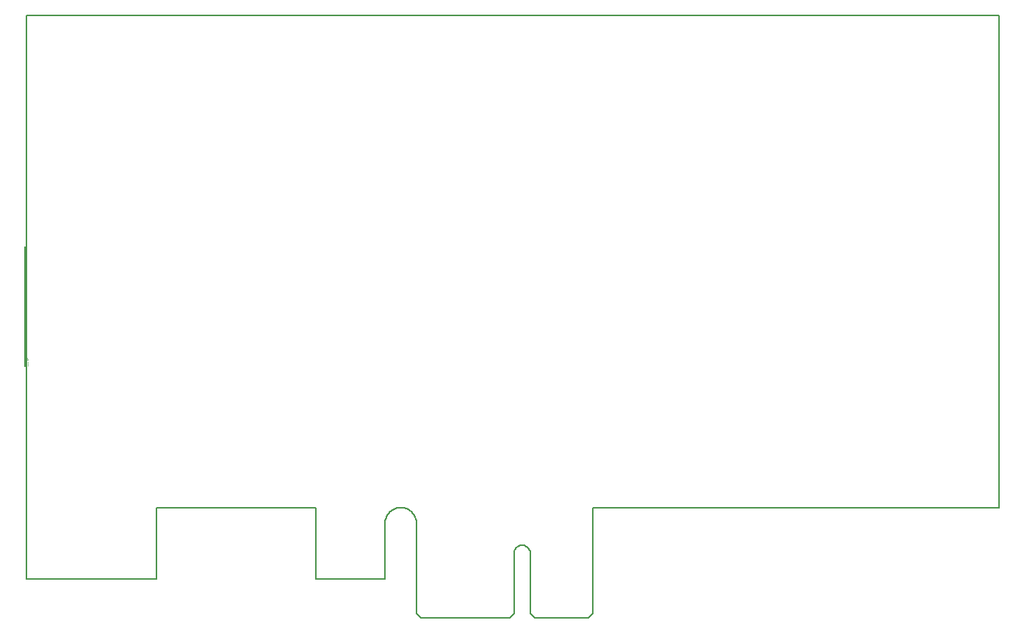
<source format=gm1>
G04*
G04 #@! TF.GenerationSoftware,Altium Limited,Altium Designer,21.6.4 (81)*
G04*
G04 Layer_Color=16711935*
%FSLAX44Y44*%
%MOMM*%
G71*
G04*
G04 #@! TF.SameCoordinates,E15A89DD-22D2-431C-B3A5-9EEC7F9F13BC*
G04*
G04*
G04 #@! TF.FilePolarity,Positive*
G04*
G01*
G75*
%ADD15C,0.1000*%
%ADD17C,0.1270*%
%ADD20C,0.2032*%
G36*
X2978Y256964D02*
X2975Y256922D01*
X2972Y256875D01*
X2970Y256825D01*
X2964Y256778D01*
X2959Y256737D01*
Y256731D01*
X2953Y256712D01*
X2947Y256687D01*
X2939Y256654D01*
X2925Y256618D01*
X2909Y256579D01*
X2889Y256537D01*
X2867Y256501D01*
X2864Y256496D01*
X2856Y256485D01*
X2840Y256468D01*
X2820Y256446D01*
X2795Y256421D01*
X2762Y256396D01*
X2726Y256369D01*
X2684Y256346D01*
X2679Y256344D01*
X2665Y256338D01*
X2640Y256327D01*
X2607Y256316D01*
X2568Y256308D01*
X2524Y256297D01*
X2474Y256291D01*
X2421Y256288D01*
X2419D01*
X2410D01*
X2399D01*
X2380Y256291D01*
X2360Y256294D01*
X2336Y256297D01*
X2308Y256302D01*
X2277Y256308D01*
X2214Y256327D01*
X2181Y256338D01*
X2145Y256355D01*
X2109Y256374D01*
X2075Y256393D01*
X2042Y256418D01*
X2009Y256446D01*
X2006Y256449D01*
X2001Y256454D01*
X1992Y256463D01*
X1984Y256476D01*
X1970Y256493D01*
X1956Y256515D01*
X1940Y256543D01*
X1926Y256573D01*
X1909Y256609D01*
X1893Y256651D01*
X1879Y256695D01*
X1868Y256748D01*
X1857Y256803D01*
X1848Y256864D01*
X1843Y256933D01*
X1840Y257005D01*
Y257495D01*
X1062D01*
Y257750D01*
X2978D01*
Y256964D01*
D02*
G37*
G36*
X2084Y256036D02*
X2111D01*
X2139Y256033D01*
X2175Y256031D01*
X2211Y256025D01*
X2291Y256011D01*
X2380Y255992D01*
X2468Y255964D01*
X2554Y255926D01*
X2557Y255923D01*
X2565Y255920D01*
X2576Y255914D01*
X2590Y255903D01*
X2610Y255892D01*
X2632Y255879D01*
X2682Y255842D01*
X2737Y255795D01*
X2792Y255740D01*
X2848Y255676D01*
X2895Y255602D01*
X2898Y255599D01*
X2900Y255590D01*
X2906Y255579D01*
X2914Y255566D01*
X2923Y255543D01*
X2931Y255521D01*
X2942Y255494D01*
X2953Y255463D01*
X2964Y255430D01*
X2975Y255394D01*
X2992Y255316D01*
X3006Y255228D01*
X3011Y255137D01*
Y255109D01*
X3008Y255089D01*
X3006Y255065D01*
X3003Y255034D01*
X3000Y255004D01*
X2992Y254968D01*
X2975Y254893D01*
X2950Y254810D01*
X2934Y254768D01*
X2914Y254729D01*
X2889Y254691D01*
X2864Y254652D01*
X2862Y254649D01*
X2859Y254644D01*
X2851Y254633D01*
X2837Y254619D01*
X2823Y254605D01*
X2803Y254585D01*
X2781Y254566D01*
X2759Y254544D01*
X2731Y254522D01*
X2698Y254500D01*
X2665Y254475D01*
X2629Y254453D01*
X2587Y254433D01*
X2546Y254411D01*
X2502Y254394D01*
X2452Y254378D01*
X2394Y254627D01*
X2396D01*
X2402Y254630D01*
X2413Y254635D01*
X2427Y254641D01*
X2444Y254646D01*
X2466Y254655D01*
X2510Y254677D01*
X2560Y254705D01*
X2610Y254738D01*
X2657Y254779D01*
X2698Y254824D01*
X2704Y254829D01*
X2715Y254846D01*
X2729Y254874D01*
X2748Y254909D01*
X2765Y254956D01*
X2781Y255009D01*
X2792Y255073D01*
X2795Y255142D01*
Y255164D01*
X2792Y255178D01*
Y255197D01*
X2790Y255219D01*
X2781Y255272D01*
X2770Y255330D01*
X2751Y255391D01*
X2723Y255455D01*
X2687Y255513D01*
Y255516D01*
X2682Y255518D01*
X2668Y255538D01*
X2646Y255563D01*
X2612Y255593D01*
X2571Y255629D01*
X2524Y255662D01*
X2466Y255693D01*
X2402Y255721D01*
X2399D01*
X2394Y255723D01*
X2385Y255726D01*
X2372Y255729D01*
X2355Y255735D01*
X2336Y255740D01*
X2289Y255748D01*
X2233Y255759D01*
X2172Y255770D01*
X2106Y255776D01*
X2034Y255779D01*
X2031D01*
X2023D01*
X2009D01*
X1992D01*
X1973Y255776D01*
X1948D01*
X1920Y255773D01*
X1890Y255770D01*
X1823Y255762D01*
X1751Y255748D01*
X1679Y255732D01*
X1607Y255710D01*
X1605D01*
X1599Y255707D01*
X1591Y255701D01*
X1577Y255696D01*
X1544Y255679D01*
X1505Y255654D01*
X1461Y255624D01*
X1414Y255585D01*
X1372Y255541D01*
X1333Y255488D01*
Y255485D01*
X1331Y255480D01*
X1325Y255471D01*
X1320Y255460D01*
X1314Y255447D01*
X1306Y255430D01*
X1289Y255391D01*
X1272Y255341D01*
X1259Y255286D01*
X1248Y255225D01*
X1245Y255161D01*
Y255142D01*
X1248Y255125D01*
Y255106D01*
X1250Y255087D01*
X1261Y255037D01*
X1275Y254979D01*
X1297Y254921D01*
X1328Y254860D01*
X1344Y254829D01*
X1367Y254802D01*
X1369Y254799D01*
X1372Y254796D01*
X1380Y254788D01*
X1389Y254777D01*
X1403Y254765D01*
X1419Y254752D01*
X1436Y254735D01*
X1458Y254721D01*
X1483Y254705D01*
X1511Y254685D01*
X1538Y254669D01*
X1571Y254652D01*
X1607Y254638D01*
X1646Y254624D01*
X1688Y254610D01*
X1732Y254599D01*
X1668Y254345D01*
X1666D01*
X1655Y254347D01*
X1638Y254353D01*
X1616Y254361D01*
X1591Y254370D01*
X1560Y254381D01*
X1527Y254394D01*
X1491Y254411D01*
X1414Y254450D01*
X1336Y254500D01*
X1297Y254530D01*
X1259Y254561D01*
X1225Y254594D01*
X1192Y254633D01*
X1189Y254635D01*
X1184Y254641D01*
X1178Y254655D01*
X1167Y254669D01*
X1153Y254691D01*
X1139Y254713D01*
X1126Y254743D01*
X1112Y254774D01*
X1095Y254810D01*
X1081Y254848D01*
X1068Y254890D01*
X1054Y254934D01*
X1043Y254981D01*
X1037Y255031D01*
X1032Y255084D01*
X1029Y255139D01*
Y255170D01*
X1032Y255192D01*
Y255217D01*
X1034Y255247D01*
X1040Y255280D01*
X1045Y255319D01*
X1059Y255399D01*
X1081Y255483D01*
X1112Y255566D01*
X1131Y255604D01*
X1153Y255643D01*
X1156Y255646D01*
X1159Y255651D01*
X1167Y255662D01*
X1178Y255674D01*
X1189Y255690D01*
X1206Y255710D01*
X1225Y255732D01*
X1248Y255754D01*
X1272Y255776D01*
X1297Y255801D01*
X1361Y255851D01*
X1436Y255898D01*
X1519Y255939D01*
X1522D01*
X1530Y255945D01*
X1544Y255948D01*
X1560Y255956D01*
X1583Y255961D01*
X1610Y255970D01*
X1641Y255981D01*
X1674Y255989D01*
X1710Y255998D01*
X1751Y256009D01*
X1837Y256022D01*
X1934Y256033D01*
X2034Y256039D01*
X2037D01*
X2048D01*
X2064D01*
X2084Y256036D01*
D02*
G37*
G36*
X2978Y253290D02*
X2975Y253270D01*
Y253248D01*
X2970Y253199D01*
X2964Y253143D01*
X2953Y253085D01*
X2939Y253027D01*
X2920Y252974D01*
Y252971D01*
X2917Y252969D01*
X2909Y252952D01*
X2895Y252927D01*
X2876Y252899D01*
X2851Y252866D01*
X2820Y252830D01*
X2781Y252797D01*
X2740Y252767D01*
X2734Y252764D01*
X2718Y252756D01*
X2695Y252742D01*
X2662Y252728D01*
X2623Y252714D01*
X2582Y252700D01*
X2535Y252692D01*
X2488Y252689D01*
X2482D01*
X2468D01*
X2444Y252692D01*
X2413Y252697D01*
X2377Y252706D01*
X2338Y252719D01*
X2300Y252736D01*
X2258Y252758D01*
X2253Y252761D01*
X2241Y252769D01*
X2219Y252786D01*
X2197Y252808D01*
X2169Y252836D01*
X2139Y252869D01*
X2111Y252910D01*
X2084Y252958D01*
Y252955D01*
X2081Y252949D01*
X2078Y252941D01*
X2073Y252930D01*
X2061Y252897D01*
X2042Y252858D01*
X2017Y252816D01*
X1987Y252769D01*
X1951Y252728D01*
X1906Y252689D01*
X1901Y252686D01*
X1884Y252675D01*
X1859Y252659D01*
X1826Y252642D01*
X1782Y252625D01*
X1735Y252609D01*
X1679Y252598D01*
X1619Y252595D01*
X1616D01*
X1613D01*
X1596D01*
X1569Y252598D01*
X1535Y252603D01*
X1497Y252609D01*
X1455Y252620D01*
X1411Y252634D01*
X1367Y252653D01*
X1361Y252656D01*
X1347Y252664D01*
X1328Y252675D01*
X1300Y252692D01*
X1272Y252714D01*
X1242Y252736D01*
X1212Y252764D01*
X1187Y252794D01*
X1184Y252797D01*
X1176Y252808D01*
X1164Y252827D01*
X1153Y252852D01*
X1137Y252883D01*
X1120Y252919D01*
X1106Y252958D01*
X1093Y253005D01*
Y253010D01*
X1087Y253027D01*
X1084Y253055D01*
X1079Y253090D01*
X1073Y253135D01*
X1068Y253187D01*
X1065Y253246D01*
X1062Y253312D01*
Y254043D01*
X2978D01*
Y253290D01*
D02*
G37*
G36*
Y250112D02*
X2751D01*
Y251244D01*
X2167D01*
Y250183D01*
X1940D01*
Y251244D01*
X1289D01*
Y250067D01*
X1062D01*
Y251499D01*
X2978D01*
Y250112D01*
D02*
G37*
G36*
X1807Y249832D02*
X1829D01*
X1879Y249826D01*
X1937Y249818D01*
X2001Y249804D01*
X2067Y249788D01*
X2131Y249765D01*
X2133D01*
X2139Y249763D01*
X2147Y249757D01*
X2158Y249751D01*
X2189Y249735D01*
X2228Y249713D01*
X2269Y249685D01*
X2311Y249649D01*
X2355Y249608D01*
X2391Y249558D01*
Y249555D01*
X2394Y249552D01*
X2399Y249544D01*
X2405Y249533D01*
X2419Y249505D01*
X2438Y249466D01*
X2455Y249422D01*
X2468Y249370D01*
X2480Y249311D01*
X2482Y249250D01*
Y249228D01*
X2480Y249206D01*
X2477Y249176D01*
X2468Y249140D01*
X2460Y249101D01*
X2446Y249062D01*
X2427Y249026D01*
X2424Y249021D01*
X2419Y249010D01*
X2405Y248993D01*
X2391Y248971D01*
X2372Y248943D01*
X2347Y248918D01*
X2322Y248890D01*
X2291Y248866D01*
X2978D01*
Y248630D01*
X1062D01*
Y248849D01*
X1236D01*
X1234Y248852D01*
X1228Y248855D01*
X1217Y248863D01*
X1203Y248874D01*
X1189Y248888D01*
X1173Y248904D01*
X1153Y248924D01*
X1134Y248949D01*
X1115Y248974D01*
X1095Y249001D01*
X1079Y249035D01*
X1065Y249070D01*
X1051Y249107D01*
X1040Y249148D01*
X1034Y249192D01*
X1032Y249239D01*
Y249256D01*
X1034Y249267D01*
X1037Y249300D01*
X1043Y249339D01*
X1054Y249386D01*
X1070Y249439D01*
X1093Y249491D01*
X1123Y249544D01*
Y249547D01*
X1129Y249549D01*
X1139Y249566D01*
X1162Y249591D01*
X1189Y249621D01*
X1225Y249657D01*
X1270Y249693D01*
X1320Y249729D01*
X1378Y249760D01*
X1380D01*
X1386Y249763D01*
X1394Y249765D01*
X1405Y249771D01*
X1422Y249776D01*
X1441Y249785D01*
X1461Y249790D01*
X1486Y249796D01*
X1541Y249810D01*
X1605Y249823D01*
X1677Y249832D01*
X1754Y249835D01*
X1757D01*
X1762D01*
X1774D01*
X1790D01*
X1807Y249832D01*
D02*
G37*
G36*
X1815Y248345D02*
X1834D01*
X1884Y248340D01*
X1940Y248331D01*
X2001Y248317D01*
X2064Y248301D01*
X2128Y248276D01*
X2131D01*
X2136Y248273D01*
X2145Y248268D01*
X2156Y248262D01*
X2186Y248245D01*
X2225Y248223D01*
X2266Y248193D01*
X2308Y248157D01*
X2352Y248115D01*
X2388Y248068D01*
Y248065D01*
X2391Y248063D01*
X2396Y248054D01*
X2402Y248043D01*
X2419Y248016D01*
X2435Y247977D01*
X2452Y247930D01*
X2468Y247874D01*
X2480Y247813D01*
X2482Y247747D01*
Y247722D01*
X2480Y247705D01*
X2477Y247686D01*
X2471Y247661D01*
X2466Y247634D01*
X2457Y247603D01*
X2446Y247573D01*
X2432Y247539D01*
X2416Y247506D01*
X2396Y247470D01*
X2374Y247437D01*
X2347Y247404D01*
X2316Y247370D01*
X2280Y247340D01*
X2452D01*
Y247124D01*
X1250D01*
X1248D01*
X1236D01*
X1220D01*
X1198D01*
X1173Y247127D01*
X1142D01*
X1109Y247130D01*
X1073Y247132D01*
X998Y247141D01*
X921Y247152D01*
X885Y247160D01*
X852Y247168D01*
X821Y247180D01*
X794Y247191D01*
X791D01*
X788Y247193D01*
X771Y247204D01*
X746Y247218D01*
X716Y247240D01*
X683Y247271D01*
X647Y247307D01*
X611Y247351D01*
X580Y247401D01*
Y247404D01*
X578Y247407D01*
X572Y247415D01*
X569Y247426D01*
X561Y247440D01*
X555Y247456D01*
X542Y247498D01*
X525Y247548D01*
X514Y247609D01*
X503Y247678D01*
X500Y247753D01*
Y247778D01*
X503Y247794D01*
Y247816D01*
X505Y247838D01*
X508Y247866D01*
X514Y247897D01*
X528Y247960D01*
X547Y248027D01*
X575Y248093D01*
X613Y248154D01*
X616Y248157D01*
X619Y248160D01*
X636Y248179D01*
X661Y248201D01*
X697Y248229D01*
X744Y248256D01*
X802Y248281D01*
X835Y248290D01*
X871Y248295D01*
X907Y248301D01*
X949D01*
X918Y248071D01*
X913D01*
X901Y248068D01*
X882Y248063D01*
X857Y248057D01*
X832Y248046D01*
X807Y248032D01*
X782Y248016D01*
X763Y247994D01*
X760Y247988D01*
X752Y247977D01*
X741Y247957D01*
X730Y247930D01*
X716Y247897D01*
X705Y247855D01*
X697Y247805D01*
X694Y247753D01*
Y247725D01*
X697Y247697D01*
X702Y247659D01*
X710Y247620D01*
X721Y247578D01*
X738Y247537D01*
X760Y247501D01*
X763Y247498D01*
X771Y247487D01*
X788Y247470D01*
X807Y247451D01*
X835Y247432D01*
X865Y247412D01*
X901Y247393D01*
X943Y247379D01*
X946D01*
X957Y247376D01*
X979Y247373D01*
X1007Y247370D01*
X1026Y247368D01*
X1048D01*
X1073Y247365D01*
X1101D01*
X1131D01*
X1167Y247362D01*
X1203D01*
X1245D01*
X1242Y247365D01*
X1236Y247370D01*
X1228Y247379D01*
X1217Y247390D01*
X1203Y247404D01*
X1187Y247423D01*
X1170Y247445D01*
X1153Y247467D01*
X1120Y247526D01*
X1090Y247589D01*
X1079Y247625D01*
X1070Y247664D01*
X1065Y247705D01*
X1062Y247747D01*
Y247761D01*
X1065Y247775D01*
Y247794D01*
X1068Y247819D01*
X1073Y247847D01*
X1079Y247877D01*
X1087Y247910D01*
X1098Y247946D01*
X1112Y247982D01*
X1129Y248018D01*
X1148Y248057D01*
X1173Y248093D01*
X1200Y248129D01*
X1231Y248162D01*
X1267Y248193D01*
X1270Y248196D01*
X1275Y248198D01*
X1289Y248207D01*
X1303Y248218D01*
X1325Y248229D01*
X1347Y248243D01*
X1375Y248256D01*
X1408Y248270D01*
X1441Y248284D01*
X1480Y248298D01*
X1519Y248312D01*
X1563Y248323D01*
X1657Y248342D01*
X1710Y248345D01*
X1762Y248348D01*
X1765D01*
X1771D01*
X1782D01*
X1796D01*
X1815Y248345D01*
D02*
G37*
G36*
X1801Y246845D02*
X1832Y246842D01*
X1865Y246839D01*
X1904Y246833D01*
X1942Y246825D01*
X2031Y246803D01*
X2075Y246789D01*
X2122Y246772D01*
X2167Y246750D01*
X2208Y246726D01*
X2250Y246698D01*
X2289Y246667D01*
X2291Y246665D01*
X2297Y246659D01*
X2305Y246648D01*
X2319Y246634D01*
X2333Y246618D01*
X2349Y246595D01*
X2369Y246570D01*
X2385Y246540D01*
X2405Y246509D01*
X2421Y246474D01*
X2438Y246435D01*
X2452Y246393D01*
X2466Y246349D01*
X2474Y246302D01*
X2480Y246252D01*
X2482Y246199D01*
Y246172D01*
X2480Y246152D01*
X2477Y246130D01*
X2471Y246103D01*
X2466Y246072D01*
X2457Y246036D01*
X2449Y246003D01*
X2435Y245964D01*
X2421Y245928D01*
X2402Y245889D01*
X2380Y245851D01*
X2355Y245812D01*
X2324Y245776D01*
X2291Y245743D01*
X2289Y245740D01*
X2283Y245734D01*
X2272Y245726D01*
X2255Y245715D01*
X2236Y245701D01*
X2214Y245687D01*
X2186Y245671D01*
X2153Y245654D01*
X2117Y245637D01*
X2078Y245621D01*
X2034Y245607D01*
X1987Y245593D01*
X1934Y245582D01*
X1879Y245574D01*
X1821Y245568D01*
X1757Y245565D01*
X1754D01*
X1743D01*
X1724D01*
X1696Y245568D01*
Y246606D01*
X1693D01*
X1685D01*
X1674Y246604D01*
X1657D01*
X1638Y246601D01*
X1616Y246595D01*
X1566Y246587D01*
X1511Y246570D01*
X1450Y246548D01*
X1394Y246518D01*
X1344Y246479D01*
Y246476D01*
X1339Y246474D01*
X1325Y246457D01*
X1306Y246432D01*
X1286Y246399D01*
X1264Y246355D01*
X1245Y246305D01*
X1231Y246249D01*
X1228Y246219D01*
X1225Y246186D01*
Y246163D01*
X1228Y246138D01*
X1234Y246108D01*
X1242Y246075D01*
X1253Y246036D01*
X1270Y246000D01*
X1292Y245964D01*
X1295Y245961D01*
X1306Y245947D01*
X1322Y245931D01*
X1344Y245912D01*
X1375Y245889D01*
X1414Y245864D01*
X1458Y245840D01*
X1511Y245817D01*
X1480Y245574D01*
X1477D01*
X1472Y245576D01*
X1461Y245579D01*
X1444Y245585D01*
X1427Y245593D01*
X1405Y245601D01*
X1358Y245624D01*
X1306Y245651D01*
X1250Y245690D01*
X1198Y245734D01*
X1148Y245790D01*
Y245792D01*
X1142Y245798D01*
X1137Y245806D01*
X1129Y245817D01*
X1120Y245834D01*
X1112Y245851D01*
X1101Y245873D01*
X1090Y245898D01*
X1079Y245925D01*
X1068Y245953D01*
X1051Y246022D01*
X1037Y246100D01*
X1032Y246186D01*
Y246216D01*
X1034Y246235D01*
X1037Y246260D01*
X1043Y246291D01*
X1048Y246324D01*
X1054Y246360D01*
X1076Y246437D01*
X1093Y246479D01*
X1109Y246518D01*
X1131Y246559D01*
X1156Y246598D01*
X1184Y246634D01*
X1217Y246670D01*
X1220Y246673D01*
X1225Y246678D01*
X1236Y246687D01*
X1253Y246698D01*
X1272Y246712D01*
X1295Y246726D01*
X1322Y246742D01*
X1353Y246759D01*
X1389Y246775D01*
X1427Y246792D01*
X1472Y246806D01*
X1519Y246820D01*
X1569Y246831D01*
X1624Y246839D01*
X1682Y246845D01*
X1743Y246847D01*
X1746D01*
X1760D01*
X1776D01*
X1801Y246845D01*
D02*
G37*
%LPC*%
G36*
X2751Y257495D02*
X2067D01*
Y256980D01*
X2070Y256961D01*
Y256942D01*
X2073Y256919D01*
X2078Y256867D01*
X2089Y256809D01*
X2106Y256751D01*
X2128Y256698D01*
X2142Y256673D01*
X2158Y256654D01*
X2164Y256648D01*
X2175Y256637D01*
X2197Y256620D01*
X2225Y256601D01*
X2261Y256582D01*
X2305Y256565D01*
X2355Y256554D01*
X2413Y256549D01*
X2416D01*
X2419D01*
X2432D01*
X2457Y256551D01*
X2485Y256557D01*
X2515Y256562D01*
X2551Y256573D01*
X2585Y256590D01*
X2618Y256609D01*
X2621Y256612D01*
X2632Y256620D01*
X2646Y256634D01*
X2665Y256651D01*
X2684Y256676D01*
X2701Y256703D01*
X2718Y256734D01*
X2731Y256770D01*
Y256773D01*
X2734Y256784D01*
X2737Y256800D01*
X2743Y256822D01*
X2745Y256856D01*
X2748Y256897D01*
X2751Y256947D01*
Y257495D01*
D02*
G37*
G36*
Y253788D02*
X2175D01*
Y253318D01*
X2178Y253281D01*
X2181Y253243D01*
X2183Y253204D01*
X2189Y253165D01*
X2194Y253135D01*
X2197Y253129D01*
X2200Y253118D01*
X2208Y253102D01*
X2219Y253079D01*
X2230Y253057D01*
X2247Y253032D01*
X2269Y253007D01*
X2291Y252988D01*
X2294Y252985D01*
X2302Y252980D01*
X2319Y252971D01*
X2338Y252963D01*
X2360Y252955D01*
X2388Y252946D01*
X2421Y252941D01*
X2457Y252938D01*
X2463D01*
X2474D01*
X2491Y252941D01*
X2513Y252944D01*
X2540Y252949D01*
X2568Y252958D01*
X2596Y252969D01*
X2623Y252985D01*
X2626Y252988D01*
X2635Y252994D01*
X2648Y253005D01*
X2662Y253018D01*
X2679Y253038D01*
X2695Y253060D01*
X2712Y253088D01*
X2723Y253118D01*
Y253121D01*
X2729Y253135D01*
X2731Y253154D01*
X2737Y253185D01*
X2743Y253226D01*
X2745Y253273D01*
X2751Y253334D01*
Y253788D01*
D02*
G37*
G36*
X1948D02*
X1289D01*
Y253243D01*
X1292Y253185D01*
X1295Y253160D01*
X1297Y253137D01*
Y253135D01*
X1300Y253124D01*
X1303Y253107D01*
X1308Y253088D01*
X1325Y253041D01*
X1347Y252994D01*
X1350Y252991D01*
X1356Y252983D01*
X1364Y252971D01*
X1375Y252958D01*
X1391Y252944D01*
X1408Y252924D01*
X1430Y252910D01*
X1455Y252894D01*
X1458Y252891D01*
X1466Y252888D01*
X1483Y252883D01*
X1502Y252875D01*
X1524Y252866D01*
X1552Y252861D01*
X1585Y252858D01*
X1619Y252855D01*
X1624D01*
X1635D01*
X1657Y252858D01*
X1682Y252864D01*
X1710Y252869D01*
X1740Y252880D01*
X1771Y252894D01*
X1801Y252913D01*
X1804Y252916D01*
X1815Y252924D01*
X1829Y252935D01*
X1846Y252952D01*
X1865Y252974D01*
X1884Y253002D01*
X1901Y253032D01*
X1915Y253068D01*
X1918Y253074D01*
X1920Y253085D01*
X1926Y253110D01*
X1931Y253140D01*
X1937Y253179D01*
X1942Y253226D01*
X1948Y253284D01*
Y253788D01*
D02*
G37*
G36*
X1804Y249594D02*
X1754D01*
X1751D01*
X1743D01*
X1729D01*
X1710Y249591D01*
X1688D01*
X1663Y249588D01*
X1605Y249580D01*
X1541Y249566D01*
X1475Y249547D01*
X1411Y249519D01*
X1383Y249502D01*
X1356Y249483D01*
Y249480D01*
X1350Y249478D01*
X1336Y249464D01*
X1314Y249439D01*
X1292Y249408D01*
X1267Y249370D01*
X1245Y249322D01*
X1231Y249273D01*
X1228Y249245D01*
X1225Y249217D01*
Y249203D01*
X1228Y249192D01*
X1231Y249162D01*
X1242Y249126D01*
X1256Y249084D01*
X1278Y249040D01*
X1308Y248996D01*
X1328Y248974D01*
X1350Y248954D01*
X1353D01*
X1356Y248949D01*
X1364Y248943D01*
X1375Y248938D01*
X1389Y248929D01*
X1403Y248918D01*
X1425Y248910D01*
X1447Y248899D01*
X1472Y248888D01*
X1499Y248879D01*
X1533Y248868D01*
X1566Y248860D01*
X1605Y248855D01*
X1643Y248849D01*
X1688Y248843D01*
X1735D01*
X1738D01*
X1749D01*
X1762D01*
X1782Y248846D01*
X1804D01*
X1832Y248849D01*
X1862Y248852D01*
X1895Y248857D01*
X1962Y248871D01*
X2031Y248890D01*
X2097Y248918D01*
X2125Y248935D01*
X2153Y248954D01*
X2156D01*
X2158Y248960D01*
X2175Y248974D01*
X2197Y248999D01*
X2222Y249029D01*
X2247Y249068D01*
X2266Y249115D01*
X2283Y249167D01*
X2286Y249195D01*
X2289Y249226D01*
Y249239D01*
X2286Y249250D01*
X2283Y249281D01*
X2272Y249317D01*
X2258Y249358D01*
X2233Y249403D01*
X2203Y249447D01*
X2181Y249469D01*
X2158Y249489D01*
X2156D01*
X2153Y249494D01*
X2145Y249497D01*
X2133Y249505D01*
X2120Y249513D01*
X2103Y249522D01*
X2084Y249530D01*
X2061Y249541D01*
X2034Y249552D01*
X2003Y249561D01*
X1970Y249569D01*
X1934Y249577D01*
X1895Y249583D01*
X1851Y249588D01*
X1804Y249594D01*
D02*
G37*
G36*
X1826Y248107D02*
X1779D01*
X1776D01*
X1768D01*
X1754D01*
X1735Y248104D01*
X1713D01*
X1685Y248102D01*
X1627Y248093D01*
X1560Y248079D01*
X1497Y248063D01*
X1433Y248035D01*
X1405Y248018D01*
X1380Y247999D01*
X1375Y247994D01*
X1361Y247980D01*
X1342Y247957D01*
X1320Y247924D01*
X1295Y247885D01*
X1275Y247838D01*
X1261Y247786D01*
X1259Y247758D01*
X1256Y247728D01*
Y247711D01*
X1259Y247700D01*
X1261Y247670D01*
X1272Y247631D01*
X1286Y247589D01*
X1308Y247542D01*
X1339Y247498D01*
X1358Y247476D01*
X1380Y247454D01*
X1383D01*
X1386Y247448D01*
X1394Y247442D01*
X1405Y247437D01*
X1416Y247429D01*
X1433Y247418D01*
X1452Y247409D01*
X1477Y247398D01*
X1502Y247387D01*
X1530Y247379D01*
X1563Y247368D01*
X1599Y247360D01*
X1635Y247354D01*
X1677Y247348D01*
X1724Y247343D01*
X1771D01*
X1774D01*
X1782D01*
X1796D01*
X1812Y247346D01*
X1834D01*
X1859Y247348D01*
X1915Y247357D01*
X1978Y247370D01*
X2042Y247390D01*
X2106Y247418D01*
X2133Y247437D01*
X2158Y247456D01*
X2161D01*
X2164Y247462D01*
X2178Y247476D01*
X2200Y247501D01*
X2225Y247534D01*
X2247Y247573D01*
X2269Y247620D01*
X2283Y247672D01*
X2289Y247700D01*
Y247744D01*
X2286Y247755D01*
X2283Y247786D01*
X2272Y247822D01*
X2258Y247866D01*
X2233Y247910D01*
X2203Y247955D01*
X2181Y247977D01*
X2158Y247999D01*
X2156D01*
X2153Y248005D01*
X2145Y248010D01*
X2133Y248016D01*
X2122Y248024D01*
X2106Y248032D01*
X2086Y248043D01*
X2064Y248052D01*
X2039Y248063D01*
X2009Y248074D01*
X1978Y248082D01*
X1945Y248090D01*
X1906Y248096D01*
X1868Y248102D01*
X1826Y248107D01*
D02*
G37*
G36*
X1890Y246593D02*
Y245815D01*
X1893D01*
X1898D01*
X1906Y245817D01*
X1918D01*
X1951Y245823D01*
X1987Y245831D01*
X2031Y245845D01*
X2073Y245859D01*
X2114Y245881D01*
X2150Y245906D01*
X2153D01*
X2156Y245912D01*
X2172Y245925D01*
X2194Y245950D01*
X2219Y245984D01*
X2244Y246025D01*
X2266Y246075D01*
X2283Y246133D01*
X2286Y246163D01*
X2289Y246197D01*
Y246213D01*
X2286Y246224D01*
X2283Y246255D01*
X2275Y246291D01*
X2261Y246335D01*
X2241Y246382D01*
X2214Y246427D01*
X2178Y246471D01*
X2172Y246476D01*
X2158Y246487D01*
X2133Y246507D01*
X2100Y246526D01*
X2061Y246548D01*
X2012Y246568D01*
X1954Y246584D01*
X1890Y246593D01*
D02*
G37*
%LPD*%
G54D15*
X450000Y64250D02*
X449830Y66735D01*
X449323Y69174D01*
X448489Y71521D01*
X447343Y73732D01*
X445907Y75767D01*
X444207Y77588D01*
X442274Y79160D01*
X440146Y80454D01*
X437862Y81446D01*
X435463Y82118D01*
X432995Y82457D01*
X430504D01*
X428037Y82118D01*
X425638Y81446D01*
X423354Y80454D01*
X421226Y79160D01*
X419293Y77588D01*
X417593Y75767D01*
X416157Y73732D01*
X415011Y71521D01*
X414177Y69174D01*
X413670Y66735D01*
X413500Y64250D01*
G54D17*
X-1500Y245750D02*
Y383750D01*
G54D20*
X581000Y29500D02*
X580676Y31959D01*
X579727Y34250D01*
X578218Y36218D01*
X576250Y37727D01*
X573959Y38676D01*
X571500Y39000D01*
X569041Y38676D01*
X566750Y37727D01*
X564782Y36218D01*
X563273Y34250D01*
X562324Y31959D01*
X562000Y29500D01*
X450000Y64250D02*
X449830Y66735D01*
X449323Y69174D01*
X448489Y71521D01*
X447343Y73732D01*
X445907Y75767D01*
X444207Y77588D01*
X442274Y79160D01*
X440146Y80454D01*
X437862Y81446D01*
X435463Y82118D01*
X432995Y82457D01*
X430505D01*
X428037Y82118D01*
X425638Y81446D01*
X423354Y80454D01*
X421226Y79160D01*
X419293Y77588D01*
X417593Y75767D01*
X416157Y73732D01*
X415011Y71521D01*
X414177Y69174D01*
X413670Y66735D01*
X413500Y64250D01*
X0Y0D02*
X150000D01*
X0D02*
Y650000D01*
X1121000Y650000D01*
X1121000Y82500D01*
X653000Y82500D02*
X1121000Y82500D01*
X653000Y-40000D02*
X653000Y82500D01*
X648000Y-45000D02*
X653000Y-40000D01*
X586000Y-45000D02*
X648000D01*
X581000Y-40000D02*
X586000Y-45000D01*
X581000Y-40000D02*
Y29500D01*
X562000Y-40000D02*
Y29500D01*
X557000Y-45000D02*
X562000Y-40000D01*
X455000Y-45000D02*
X557000D01*
X450000Y-40000D02*
X455000Y-45000D01*
X450000Y64250D02*
X450000Y-40000D01*
X413500Y0D02*
Y64250D01*
X333500Y0D02*
X413500D01*
X333500D02*
Y82500D01*
X150000D02*
X333500D01*
X150000Y0D02*
Y82500D01*
M02*

</source>
